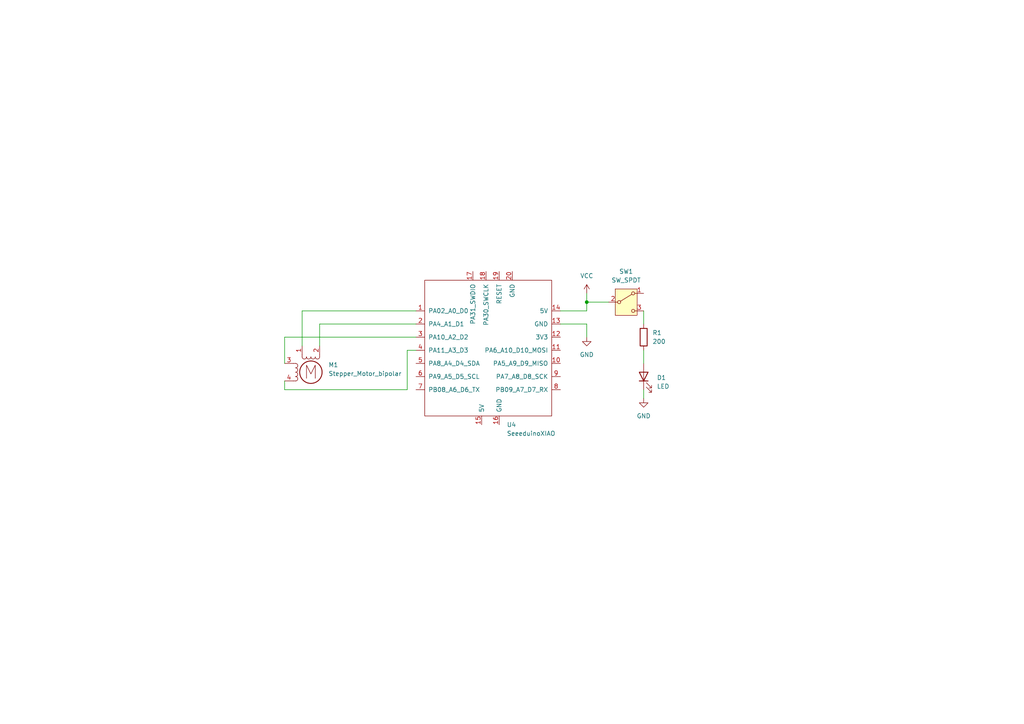
<source format=kicad_sch>
(kicad_sch (version 20231120) (generator "eeschema") (generator_version "8.0")
  (paper "A4")
  (title_block (title "DreamGuard-device") (date "2025-01-28") (rev "v1") (company "Joyce Chou"))
  (lib_symbols
    (symbol "Device:LED" (pin_numbers hide) (pin_names (offset 1.016) hide)
      (property "Reference" "D" (at 0 2.54 0))
      (property "Value" "LED" (at 0 -2.54 0))
      (symbol "LED_0_1"
        (polyline (pts (xy -1.27 -1.27) (xy -1.27 1.27)) (stroke (width 0.254)))
        (polyline (pts (xy -1.27 0) (xy 1.27 0)))
        (polyline (pts (xy 1.27 -1.27) (xy 1.27 1.27) (xy -1.27 0) (xy 1.27 -1.27)) (stroke (width 0.254)))
        (polyline (pts (xy -3.048 -0.762) (xy -4.572 -2.286) (xy -3.81 -2.286) (xy -4.572 -2.286) (xy -4.572 -1.524)))
        (polyline (pts (xy -1.778 -0.762) (xy -3.302 -2.286) (xy -2.54 -2.286) (xy -3.302 -2.286) (xy -3.302 -1.524)))
      )
      (symbol "LED_1_1"
        (pin passive line (at -3.81 0 0) (length 2.54) (name "K") (number "1"))
        (pin passive line (at 3.81 0 180) (length 2.54) (name "A") (number "2"))
      )
    )
    (symbol "Device:R" (pin_numbers hide) (pin_names (offset 0))
      (property "Reference" "R" (at 2.032 0 90))
      (property "Value" "R" (at 0 0 90))
      (symbol "R_0_1"
        (rectangle (start -1.016 -2.54) (end 1.016 2.54) (stroke (width 0.254)))
      )
      (symbol "R_1_1"
        (pin passive line (at 0 3.81 270) (length 1.27) (name "~") (number "1"))
        (pin passive line (at 0 -3.81 90) (length 1.27) (name "~") (number "2"))
      )
    )
    (symbol "Motor:Stepper_Motor_bipolar" (pin_names (offset 0) hide)
      (property "Reference" "M" (at 3.81 2.54 0))
      (property "Value" "Stepper_Motor_bipolar" (at 3.81 1.27 0))
      (symbol "Stepper_Motor_bipolar_0_0"
        (polyline (pts (xy -1.27 -1.778) (xy -1.27 2.032) (xy 0 -0.508) (xy 1.27 2.032) (xy 1.27 -1.778)))
      )
      (symbol "Stepper_Motor_bipolar_0_1"
        (arc (start -4.445 -2.54) (mid -3.8127 -1.905) (end -4.445 -1.27))
        (arc (start -4.445 -1.27) (mid -3.8127 -0.635) (end -4.445 0))
        (arc (start -4.445 0) (mid -3.8127 0.635) (end -4.445 1.27))
        (arc (start -4.445 1.27) (mid -3.8127 1.905) (end -4.445 2.54))
        (arc (start -2.54 4.445) (mid -1.905 3.8127) (end -1.27 4.445))
        (arc (start -1.27 4.445) (mid -0.635 3.8127) (end 0 4.445))
        (polyline (pts (xy -5.08 -2.54) (xy -4.445 -2.54)))
        (polyline (pts (xy -5.08 2.54) (xy -4.445 2.54)))
        (polyline (pts (xy -2.54 5.08) (xy -2.54 4.445)))
        (polyline (pts (xy 2.54 5.08) (xy 2.54 4.445)))
        (circle (center 0 0) (radius 3.2512) (stroke (width 0.254)))
        (arc (start 0 4.445) (mid 0.635 3.8127) (end 1.27 4.445))
        (arc (start 1.27 4.445) (mid 1.905 3.8127) (end 2.54 4.445))
      )
      (symbol "Stepper_Motor_bipolar_1_1"
        (pin passive line (at -2.54 7.62 270) (length 2.54) (name "~") (number "1"))
        (pin passive line (at 2.54 7.62 270) (length 2.54) (name "-") (number "2"))
        (pin passive line (at -7.62 2.54 0) (length 2.54) (name "~") (number "3"))
        (pin passive line (at -7.62 -2.54 0) (length 2.54) (name "~") (number "4"))
      )
    )
    (symbol "Switch:SW_SPDT" (pin_names (offset 0) hide)
      (property "Reference" "SW" (at 0 5.08 0))
      (property "Value" "SW_SPDT" (at 0 -5.08 0))
      (symbol "SW_SPDT_0_1"
        (circle (center -2.032 0) (radius 0.4572))
        (polyline (pts (xy -1.651 0.254) (xy 1.651 2.286)))
        (circle (center 2.032 -2.54) (radius 0.4572))
        (circle (center 2.032 2.54) (radius 0.4572))
      )
      (symbol "SW_SPDT_1_1"
        (rectangle (start -3.175 3.81) (end 3.175 -3.81) (fill (type background)))
        (pin passive line (at 5.08 2.54 180) (length 2.54) (name "A") (number "1"))
        (pin passive line (at -5.08 0 0) (length 2.54) (name "B") (number "2"))
        (pin passive line (at 5.08 -2.54 180) (length 2.54) (name "C") (number "3"))
      )
    )
    (symbol "power:GND" (power) (pin_numbers hide) (pin_names (offset 0) hide)
      (property "Value" "GND" (at 0 -3.81 0))
      (symbol "GND_0_1"
        (polyline (pts (xy 0 0) (xy 0 -1.27) (xy 1.27 -1.27) (xy 0 -2.54) (xy -1.27 -1.27) (xy 0 -1.27)))
      )
      (symbol "GND_1_1"
        (pin power_in line (at 0 0 270) (length 0) (name "~") (number "1"))
      )
    )
    (symbol "power:VCC" (power) (pin_numbers hide) (pin_names (offset 0) hide)
      (property "Value" "VCC" (at 0 3.556 0))
      (symbol "VCC_0_1"
        (polyline (pts (xy -0.762 1.27) (xy 0 2.54)))
        (polyline (pts (xy 0 0) (xy 0 2.54)))
        (polyline (pts (xy 0 2.54) (xy 0.762 1.27)))
      )
      (symbol "VCC_1_1"
        (pin power_in line (at 0 0 90) (length 0) (name "~") (number "1"))
      )
    )
    (symbol "xiao:SeeeduinoXIAO" (pin_names (offset 1.016))
      (property "Reference" "U" (at -19.05 22.86 0))
      (property "Value" "SeeeduinoXIAO" (at -12.7 21.59 0))
      (symbol "SeeeduinoXIAO_0_1"
        (rectangle (start -19.05 20.32) (end 17.78 -19.05))
      )
      (symbol "SeeeduinoXIAO_1_1"
        (pin unspecified line (at -21.59 11.43 0) (length 2.54) (name "PA02_A0_D0") (number "1"))
        (pin unspecified line (at 20.32 -3.81 180) (length 2.54) (name "PA5_A9_D9_MISO") (number "10"))
        (pin unspecified line (at 20.32 0 180) (length 2.54) (name "PA6_A10_D10_MOSI") (number "11"))
        (pin unspecified line (at 20.32 3.81 180) (length 2.54) (name "3V3") (number "12"))
        (pin unspecified line (at 20.32 7.62 180) (length 2.54) (name "GND") (number "13"))
        (pin unspecified line (at 20.32 11.43 180) (length 2.54) (name "5V") (number "14"))
        (pin input line (at -2.54 -21.59 90) (length 2.54) (name "5V") (number "15"))
        (pin input line (at 2.54 -21.59 90) (length 2.54) (name "GND") (number "16"))
        (pin input line (at -5.08 22.86 270) (length 2.54) (name "PA31_SWDIO") (number "17"))
        (pin input line (at -1.27 22.86 270) (length 2.54) (name "PA30_SWCLK") (number "18"))
        (pin input line (at 2.54 22.86 270) (length 2.54) (name "RESET") (number "19"))
        (pin unspecified line (at -21.59 7.62 0) (length 2.54) (name "PA4_A1_D1") (number "2"))
        (pin input line (at 6.35 22.86 270) (length 2.54) (name "GND") (number "20"))
        (pin unspecified line (at -21.59 3.81 0) (length 2.54) (name "PA10_A2_D2") (number "3"))
        (pin unspecified line (at -21.59 0 0) (length 2.54) (name "PA11_A3_D3") (number "4"))
        (pin unspecified line (at -21.59 -3.81 0) (length 2.54) (name "PA8_A4_D4_SDA") (number "5"))
        (pin unspecified line (at -21.59 -7.62 0) (length 2.54) (name "PA9_A5_D5_SCL") (number "6"))
        (pin unspecified line (at -21.59 -11.43 0) (length 2.54) (name "PB08_A6_D6_TX") (number "7"))
        (pin unspecified line (at 20.32 -11.43 180) (length 2.54) (name "PB09_A7_D7_RX") (number "8"))
        (pin unspecified line (at 20.32 -7.62 180) (length 2.54) (name "PA7_A8_D8_SCK") (number "9"))
      )
    )
  )
  (junction (at 170.18 87.63))
  (wire (pts (xy 162.56 90.17) (xy 170.18 90.17)))
  (wire (pts (xy 82.55 105.41) (xy 82.55 97.79)))
  (wire (pts (xy 186.69 90.17) (xy 186.69 93.98)))
  (wire (pts (xy 170.18 87.63) (xy 176.53 87.63)))
  (wire (pts (xy 120.65 90.17) (xy 87.63 90.17)))
  (wire (pts (xy 170.18 85.09) (xy 170.18 87.63)))
  (wire (pts (xy 87.63 90.17) (xy 87.63 100.33)))
  (wire (pts (xy 186.69 113.03) (xy 186.69 115.57)))
  (wire (pts (xy 120.65 93.98) (xy 92.71 93.98)))
  (wire (pts (xy 92.71 93.98) (xy 92.71 100.33)))
  (wire (pts (xy 162.56 93.98) (xy 170.18 93.98)))
  (wire (pts (xy 82.55 113.03) (xy 82.55 110.49)))
  (wire (pts (xy 82.55 97.79) (xy 120.65 97.79)))
  (wire (pts (xy 118.11 101.6) (xy 120.65 101.6)))
  (wire (pts (xy 170.18 93.98) (xy 170.18 97.79)))
  (wire (pts (xy 82.55 113.03) (xy 118.11 113.03)))
  (wire (pts (xy 118.11 113.03) (xy 118.11 101.6)))
  (wire (pts (xy 170.18 87.63) (xy 170.18 90.17)))
  (wire (pts (xy 186.69 101.6) (xy 186.69 105.41)))
  (symbol (lib_id "power:GND") (at 186.69 115.57 0) (unit 1)
    (property "Reference" "#PWR03" (effects (hide yes)))
    (property "Value" "GND" (at 186.69 120.65 0))
    (property "Description" "Power symbol creates a global label with name \"GND\" , ground" (effects (hide yes)))
  )
  (symbol (lib_id "Device:LED") (at 186.69 109.22 90) (unit 1)
    (property "Reference" "D1" (at 190.5 109.5374 90) (effects (justify right)))
    (property "Value" "LED" (at 190.5 112.0774 90) (effects (justify right)))
    (property "Footprint" "LED_THT:LED_D5.0mm" (effects (hide yes)))
    (property "Description" "Light emitting diode" (effects (hide yes)))
  )
  (symbol (lib_id "power:VCC") (at 170.18 85.09 0) (unit 1)
    (property "Reference" "#PWR02" (effects (hide yes)))
    (property "Value" "VCC" (at 170.18 80.01 0))
    (property "Description" "Power symbol creates a global label with name \"VCC\"" (effects (hide yes)))
  )
  (symbol (lib_id "xiao:SeeeduinoXIAO") (at 142.24 101.6 0) (unit 1)
    (property "Reference" "U4" (at 146.9741 123.19 0) (effects (justify left)))
    (property "Value" "SeeeduinoXIAO" (at 146.9741 125.73 0) (effects (justify left)))
    (property "Footprint" "RF_Module:MCU_Seeed_ESP32C3" (effects (hide yes)))
  )
  (symbol (lib_id "Device:R") (at 186.69 97.79 0) (unit 1)
    (property "Reference" "R1" (at 189.23 96.5199 0) (effects (justify left)))
    (property "Value" "200" (at 189.23 99.0599 0) (effects (justify left)))
    (property "Footprint" "Resistor_SMD:R_0201_0603Metric" (effects (hide yes)))
    (property "Description" "Resistor" (effects (hide yes)))
  )
  (symbol (lib_id "power:GND") (at 170.18 97.79 0) (unit 1)
    (property "Reference" "#PWR01" (effects (hide yes)))
    (property "Value" "GND" (at 170.18 102.87 0))
    (property "Description" "Power symbol creates a global label with name \"GND\" , ground" (effects (hide yes)))
  )
  (symbol (lib_id "Switch:SW_SPDT") (at 181.61 87.63 0) (unit 1)
    (property "Reference" "SW1" (at 181.61 78.74 0))
    (property "Value" "SW_SPDT" (at 181.61 81.28 0))
    (property "Footprint" "Button_Switch_THT:SW_PUSH-12mm" (effects (hide yes)))
    (property "Description" "Switch, single pole double throw" (effects (hide yes)))
  )
  (symbol (lib_id "Motor:Stepper_Motor_bipolar") (at 90.17 107.95 0) (unit 1)
    (property "Reference" "M1" (at 95.25 105.829 0) (effects (justify left)))
    (property "Value" "Stepper_Motor_bipolar" (at 95.25 108.369 0) (effects (justify left)))
    (property "Footprint" "Connector_JST:JST_EH_B3B-EH-A_1x03_P2.50mm_Vertical" (effects (hide yes)))
    (property "Datasheet" "http://www.infineon.com/dgdl/Application-Note-TLE8110EE_driving_UniPolarStepperMotor_V1.1.pdf?fileId=db3a30431be39b97011be5d0aa0a00b0" (effects (hide yes)))
    (property "Description" "4-wire bipolar stepper motor" (effects (hide yes)))
  )
)
</source>
